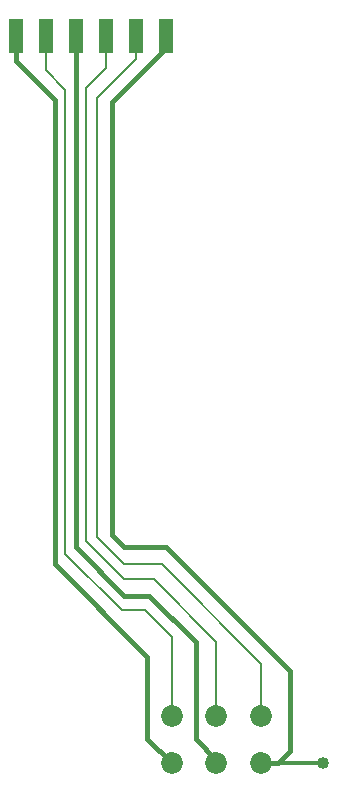
<source format=gbr>
G04 DipTrace 4.0.0.2*
G04 2 - Bottom.gbr*
%MOIN*%
G04 #@! TF.FileFunction,Copper,L2,Bot*
G04 #@! TF.Part,Single*
G04 #@! TA.AperFunction,Conductor*
%ADD13C,0.007*%
%ADD14C,0.015*%
%ADD15C,0.012992*%
%ADD17R,0.05X0.11811*%
%ADD18C,0.072835*%
G04 #@! TA.AperFunction,ViaPad*
%ADD19C,0.04*%
%FSLAX26Y26*%
G04*
G70*
G90*
G75*
G01*
G04 Bottom*
%LPD*%
X999427Y889665D2*
D13*
Y1153432D1*
X911349Y1241511D1*
X834349D1*
X645349Y1430511D1*
Y2977511D1*
X579349Y3043511D1*
Y3155511D1*
X1298640Y732578D2*
D14*
X1354416D1*
X1394349Y772511D1*
Y1038511D1*
X981349Y1451511D1*
X841349D1*
X799349Y1493511D1*
Y2935511D1*
X981349Y3117511D1*
Y3155511D1*
X979349D1*
X1354416Y732578D2*
D15*
X1504282D1*
X1149034D2*
D14*
Y744826D1*
X1079349Y814511D1*
Y1136511D1*
X925349Y1290511D1*
X841349D1*
X679349Y1452511D1*
Y3155511D1*
X999427Y732578D2*
X918349Y813657D1*
Y1087511D1*
X610349Y1395511D1*
Y2942511D1*
X479349Y3073511D1*
Y3155511D1*
X1298640Y889665D2*
D13*
Y1064220D1*
X967349Y1395511D1*
X841349D1*
X750349Y1486511D1*
Y2949511D1*
X879349Y3078511D1*
Y3155511D1*
X1149034Y889665D2*
Y1136826D1*
X939349Y1346511D1*
X841349D1*
X715349Y1472511D1*
Y2984511D1*
X779349Y3048511D1*
Y3155511D1*
D19*
X1504282Y732578D3*
D17*
X479349Y3155511D3*
X579349D3*
X679349D3*
X779349D3*
X879349D3*
X979349D3*
D18*
X999427Y732578D3*
X1149034D3*
X1298640D3*
Y889665D3*
X1149034D3*
X999427D3*
M02*

</source>
